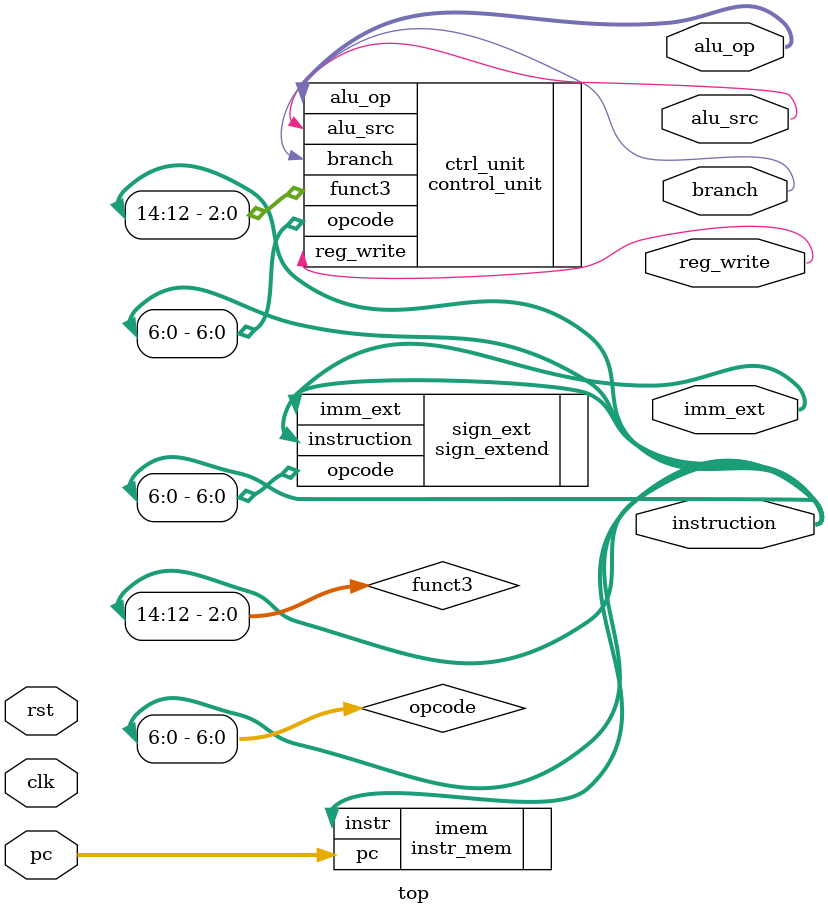
<source format=sv>
module top (
    input  logic        clk,         // 时钟信号
    input  logic        rst,         // 复位信号
    input  logic [7:0]  pc,          // 程序计数器
    output logic [31:0] instruction, // 指令
    output logic        reg_write,   // 寄存器写使能
    output logic        alu_src,     // ALU输入选择
    output logic        branch,      // 分支控制
    output logic [2:0]  alu_op,      // ALU操作码
    output logic [31:0] imm_ext      // 扩展后的立即数
);

    // 内部信号
    logic [6:0] opcode;
    logic [2:0] funct3;
    
    // 直接从指令中提取字段，不需要额外的寄存器
    assign opcode = instruction[6:0];
    assign funct3 = instruction[14:12];
    
    // 实例化指令存储器
    instr_mem #(
        .ADDR_WIDTH(8),
        .INSTR_WIDTH(32)
    ) imem (
        .pc(pc),
        .instr(instruction)
    );
    
    // 实例化控制单元
    control_unit ctrl_unit (
        .opcode(opcode),
        .funct3(funct3),
        .reg_write(reg_write),
        .alu_src(alu_src),
        .branch(branch),
        .alu_op(alu_op)
    );
    
    // 实例化符号扩展单元
    sign_extend sign_ext (
        .instruction(instruction),  // 直接使用instruction
        .opcode(opcode),
        .imm_ext(imm_ext)
    );

    // 使用时钟和复位信号的同步逻辑
    always_ff @(posedge clk or posedge rst) begin
        if (rst) begin
            // 在复位时可以添加一些初始化逻辑
        end
    end

endmodule

</source>
